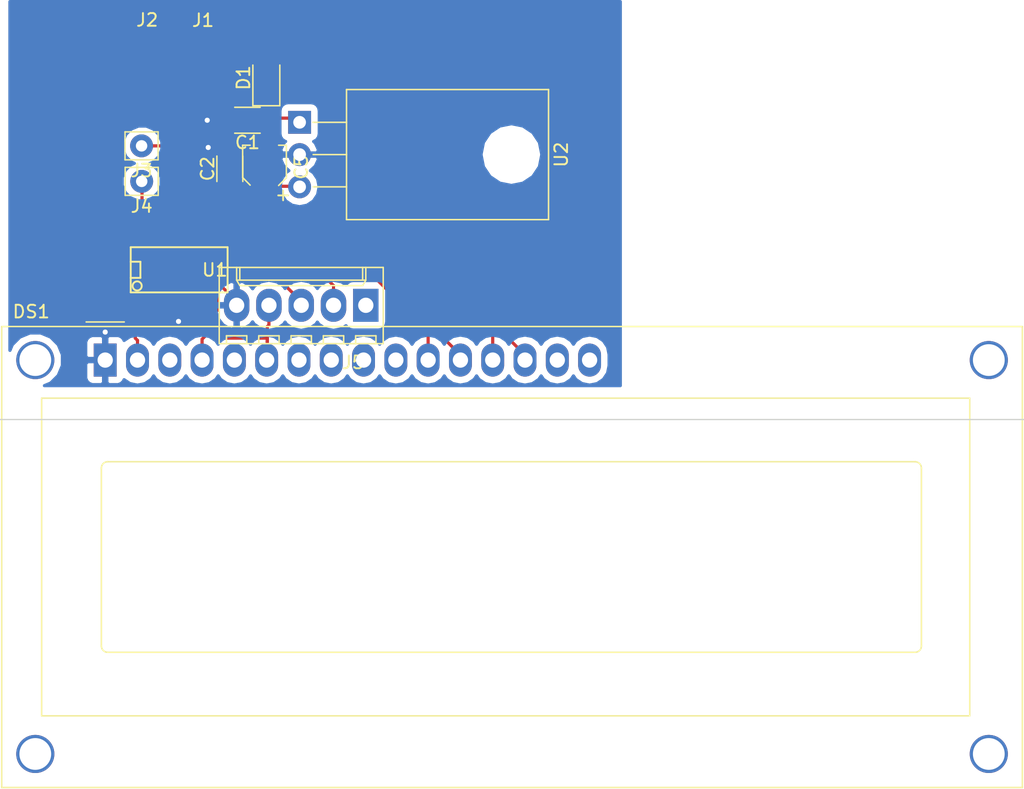
<source format=kicad_pcb>
(kicad_pcb (version 4) (host pcbnew 4.0.7)

  (general
    (links 27)
    (no_connects 2)
    (area 55.92 104.089999 261.670001 185.995)
    (thickness 1.6)
    (drawings 9)
    (tracks 114)
    (zones 0)
    (modules 12)
    (nets 30)
  )

  (page A4)
  (layers
    (0 F.Cu signal)
    (31 B.Cu signal)
    (32 B.Adhes user)
    (33 F.Adhes user)
    (34 B.Paste user)
    (35 F.Paste user)
    (36 B.SilkS user hide)
    (37 F.SilkS user hide)
    (38 B.Mask user hide)
    (39 F.Mask user hide)
    (40 Dwgs.User user hide)
    (41 Cmts.User user hide)
    (42 Eco1.User user hide)
    (43 Eco2.User user hide)
    (44 Edge.Cuts user hide)
    (45 Margin user hide)
    (46 B.CrtYd user hide)
    (47 F.CrtYd user hide)
    (48 B.Fab user hide)
    (49 F.Fab user hide)
  )

  (setup
    (last_trace_width 0.25)
    (trace_clearance 0.2)
    (zone_clearance 0.508)
    (zone_45_only no)
    (trace_min 0.2)
    (segment_width 0.2)
    (edge_width 0.1)
    (via_size 0.6)
    (via_drill 0.4)
    (via_min_size 0.4)
    (via_min_drill 0.3)
    (uvia_size 0.3)
    (uvia_drill 0.1)
    (uvias_allowed no)
    (uvia_min_size 0.2)
    (uvia_min_drill 0.1)
    (pcb_text_width 0.3)
    (pcb_text_size 1.5 1.5)
    (mod_edge_width 0.15)
    (mod_text_size 1 1)
    (mod_text_width 0.15)
    (pad_size 1.8 1.8)
    (pad_drill 0.9)
    (pad_to_mask_clearance 0)
    (aux_axis_origin 0 0)
    (grid_origin 58.42 154.94)
    (visible_elements 7FFFFFFF)
    (pcbplotparams
      (layerselection 0x00030_80000001)
      (usegerberextensions false)
      (excludeedgelayer true)
      (linewidth 0.100000)
      (plotframeref false)
      (viasonmask false)
      (mode 1)
      (useauxorigin false)
      (hpglpennumber 1)
      (hpglpenspeed 20)
      (hpglpendiameter 15)
      (hpglpenoverlay 2)
      (psnegative false)
      (psa4output false)
      (plotreference true)
      (plotvalue true)
      (plotinvisibletext false)
      (padsonsilk false)
      (subtractmaskfromsilk false)
      (outputformat 1)
      (mirror false)
      (drillshape 0)
      (scaleselection 1)
      (outputdirectory ""))
  )

  (net 0 "")
  (net 1 "Net-(C1-Pad1)")
  (net 2 GNDREF)
  (net 3 "Net-(C2-Pad1)")
  (net 4 "Net-(D1-Pad2)")
  (net 5 "Net-(DS1-Pad4)")
  (net 6 "Net-(DS1-Pad6)")
  (net 7 "Net-(DS1-Pad11)")
  (net 8 "Net-(DS1-Pad12)")
  (net 9 "Net-(DS1-Pad13)")
  (net 10 "Net-(DS1-Pad14)")
  (net 11 "Net-(U1-Pad1)")
  (net 12 "Net-(U1-Pad2)")
  (net 13 "Net-(U1-Pad3)")
  (net 14 "Net-(U1-Pad4)")
  (net 15 "Net-(U1-Pad7)")
  (net 16 "Net-(U1-Pad8)")
  (net 17 "Net-(J3-Pad1)")
  (net 18 "Net-(J4-Pad1)")
  (net 19 "Net-(DS1-Pad3)")
  (net 20 "Net-(DS1-Pad5)")
  (net 21 "Net-(DS1-Pad7)")
  (net 22 "Net-(DS1-Pad8)")
  (net 23 "Net-(DS1-Pad9)")
  (net 24 "Net-(DS1-Pad10)")
  (net 25 "Net-(DS1-Pad15)")
  (net 26 "Net-(DS1-Pad16)")
  (net 27 "Net-(U1-Pad17)")
  (net 28 "Net-(U1-Pad18)")
  (net 29 "Net-(J5-Pad1)")

  (net_class Default "Ceci est la Netclass par défaut"
    (clearance 0.2)
    (trace_width 0.25)
    (via_dia 0.6)
    (via_drill 0.4)
    (uvia_dia 0.3)
    (uvia_drill 0.1)
    (add_net GNDREF)
    (add_net "Net-(C1-Pad1)")
    (add_net "Net-(C2-Pad1)")
    (add_net "Net-(D1-Pad2)")
    (add_net "Net-(DS1-Pad10)")
    (add_net "Net-(DS1-Pad11)")
    (add_net "Net-(DS1-Pad12)")
    (add_net "Net-(DS1-Pad13)")
    (add_net "Net-(DS1-Pad14)")
    (add_net "Net-(DS1-Pad15)")
    (add_net "Net-(DS1-Pad16)")
    (add_net "Net-(DS1-Pad3)")
    (add_net "Net-(DS1-Pad4)")
    (add_net "Net-(DS1-Pad5)")
    (add_net "Net-(DS1-Pad6)")
    (add_net "Net-(DS1-Pad7)")
    (add_net "Net-(DS1-Pad8)")
    (add_net "Net-(DS1-Pad9)")
    (add_net "Net-(J3-Pad1)")
    (add_net "Net-(J4-Pad1)")
    (add_net "Net-(J5-Pad1)")
    (add_net "Net-(U1-Pad1)")
    (add_net "Net-(U1-Pad17)")
    (add_net "Net-(U1-Pad18)")
    (add_net "Net-(U1-Pad2)")
    (add_net "Net-(U1-Pad3)")
    (add_net "Net-(U1-Pad4)")
    (add_net "Net-(U1-Pad7)")
    (add_net "Net-(U1-Pad8)")
  )

  (module Displays:WC1602A (layer F.Cu) (tedit 5958D986) (tstamp 5AF84E07)
    (at 182.88 150.26)
    (descr "LCD 16x2 http://www.wincomlcd.com/pdf/WC1602A-SFYLYHTC06.pdf")
    (tags "LCD 16x2 Alphanumeric 16pin")
    (path /5A3242FC)
    (fp_text reference DS1 (at -5.82 -3.81) (layer F.SilkS)
      (effects (font (size 1 1) (thickness 0.15)))
    )
    (fp_text value WC1602A (at -4.31 34.66) (layer F.Fab)
      (effects (font (size 1 1) (thickness 0.15)))
    )
    (fp_line (start -8.14 33.64) (end 72.14 33.64) (layer F.SilkS) (width 0.12))
    (fp_line (start 72.14 33.64) (end 72.14 -2.64) (layer F.SilkS) (width 0.12))
    (fp_line (start 72.14 -2.64) (end -7.34 -2.64) (layer F.SilkS) (width 0.12))
    (fp_line (start -8.14 -2.64) (end -8.14 33.64) (layer F.SilkS) (width 0.12))
    (fp_line (start -8.13 -2.64) (end -7.34 -2.64) (layer F.SilkS) (width 0.12))
    (fp_line (start -8.25 -2.75) (end -8.25 33.75) (layer F.CrtYd) (width 0.05))
    (fp_line (start -8.25 33.75) (end 72.25 33.75) (layer F.CrtYd) (width 0.05))
    (fp_line (start 72.25 -2.75) (end 72.25 33.75) (layer F.CrtYd) (width 0.05))
    (fp_line (start -1.5 -3) (end 1.5 -3) (layer F.SilkS) (width 0.12))
    (fp_line (start -8.25 -2.75) (end 72.25 -2.75) (layer F.CrtYd) (width 0.05))
    (fp_line (start 1 -2.5) (end 0 -1.5) (layer F.Fab) (width 0.1))
    (fp_line (start 0 -1.5) (end -1 -2.5) (layer F.Fab) (width 0.1))
    (fp_line (start -1 -2.5) (end -8 -2.5) (layer F.Fab) (width 0.1))
    (fp_text user %R (at 30.37 14.74) (layer F.Fab)
      (effects (font (size 1 1) (thickness 0.1)))
    )
    (fp_line (start 0.2 8) (end 63.7 8) (layer F.SilkS) (width 0.12))
    (fp_line (start -0.29972 22.49932) (end -0.29972 8.5) (layer F.SilkS) (width 0.12))
    (fp_line (start 63.70066 23) (end 0.2 23) (layer F.SilkS) (width 0.12))
    (fp_line (start 64.2 8.5) (end 64.2 22.5) (layer F.SilkS) (width 0.12))
    (fp_arc (start 63.7 8.5) (end 63.7 8) (angle 90) (layer F.SilkS) (width 0.12))
    (fp_arc (start 63.70066 22.49932) (end 64.20104 22.49932) (angle 90) (layer F.SilkS) (width 0.12))
    (fp_arc (start 0.20066 22.49932) (end 0.20066 22.9997) (angle 90) (layer F.SilkS) (width 0.12))
    (fp_arc (start 0.20066 8.49884) (end -0.29972 8.49884) (angle 90) (layer F.SilkS) (width 0.12))
    (fp_line (start -5 3) (end 68 3) (layer F.SilkS) (width 0.12))
    (fp_line (start 68 3) (end 68 28) (layer F.SilkS) (width 0.12))
    (fp_line (start 68 28) (end -5 28) (layer F.SilkS) (width 0.12))
    (fp_line (start -5 28) (end -5 3) (layer F.SilkS) (width 0.12))
    (fp_line (start 1 -2.5) (end 72 -2.5) (layer F.Fab) (width 0.1))
    (fp_line (start 72 -2.5) (end 72 33.5) (layer F.Fab) (width 0.1))
    (fp_line (start 72 33.5) (end -8 33.5) (layer F.Fab) (width 0.1))
    (fp_line (start -8 33.5) (end -8 -2.5) (layer F.Fab) (width 0.1))
    (pad 1 thru_hole rect (at 0 0) (size 1.8 2.6) (drill 1.2) (layers *.Cu *.Mask)
      (net 2 GNDREF))
    (pad 2 thru_hole oval (at 2.54 0) (size 1.8 2.6) (drill 1.2) (layers *.Cu *.Mask)
      (net 3 "Net-(C2-Pad1)"))
    (pad 3 thru_hole oval (at 5.08 0) (size 1.8 2.6) (drill 1.2) (layers *.Cu *.Mask)
      (net 19 "Net-(DS1-Pad3)"))
    (pad 4 thru_hole oval (at 7.62 0) (size 1.8 2.6) (drill 1.2) (layers *.Cu *.Mask)
      (net 5 "Net-(DS1-Pad4)"))
    (pad 5 thru_hole oval (at 10.16 0) (size 1.8 2.6) (drill 1.2) (layers *.Cu *.Mask)
      (net 20 "Net-(DS1-Pad5)"))
    (pad 6 thru_hole oval (at 12.7 0) (size 1.8 2.6) (drill 1.2) (layers *.Cu *.Mask)
      (net 6 "Net-(DS1-Pad6)"))
    (pad 7 thru_hole oval (at 15.24 0) (size 1.8 2.6) (drill 1.2) (layers *.Cu *.Mask)
      (net 21 "Net-(DS1-Pad7)"))
    (pad 8 thru_hole oval (at 17.78 0) (size 1.8 2.6) (drill 1.2) (layers *.Cu *.Mask)
      (net 22 "Net-(DS1-Pad8)"))
    (pad 9 thru_hole oval (at 20.32 0) (size 1.8 2.6) (drill 1.2) (layers *.Cu *.Mask)
      (net 23 "Net-(DS1-Pad9)"))
    (pad 10 thru_hole oval (at 22.86 0) (size 1.8 2.6) (drill 1.2) (layers *.Cu *.Mask)
      (net 24 "Net-(DS1-Pad10)"))
    (pad 11 thru_hole oval (at 25.4 0) (size 1.8 2.6) (drill 1.2) (layers *.Cu *.Mask)
      (net 7 "Net-(DS1-Pad11)"))
    (pad 12 thru_hole oval (at 27.94 0) (size 1.8 2.6) (drill 1.2) (layers *.Cu *.Mask)
      (net 8 "Net-(DS1-Pad12)"))
    (pad 13 thru_hole oval (at 30.48 0) (size 1.8 2.6) (drill 1.2) (layers *.Cu *.Mask)
      (net 9 "Net-(DS1-Pad13)"))
    (pad 14 thru_hole oval (at 33.02 0) (size 1.8 2.6) (drill 1.2) (layers *.Cu *.Mask)
      (net 10 "Net-(DS1-Pad14)"))
    (pad 15 thru_hole oval (at 35.56 0) (size 1.8 2.6) (drill 1.2) (layers *.Cu *.Mask)
      (net 25 "Net-(DS1-Pad15)"))
    (pad 16 thru_hole oval (at 38.1 0) (size 1.8 2.6) (drill 1.2) (layers *.Cu *.Mask)
      (net 26 "Net-(DS1-Pad16)"))
    (pad "" thru_hole circle (at -5.4991 0) (size 3 3) (drill 2.5) (layers *.Cu *.Mask))
    (pad "" thru_hole circle (at -5.4991 31.0007) (size 3 3) (drill 2.5) (layers *.Cu *.Mask))
    (pad "" thru_hole circle (at 69.49948 31.0007) (size 3 3) (drill 2.5) (layers *.Cu *.Mask))
    (pad "" thru_hole circle (at 69.5 0) (size 3 3) (drill 2.5) (layers *.Cu *.Mask))
    (model ${KISYS3DMOD}/Displays.3dshapes/WC1602A.wrl
      (at (xyz 0 0 0))
      (scale (xyz 1 1 1))
      (rotate (xyz 0 0 0))
    )
  )

  (module Capacitors_SMD:C_1206 (layer F.Cu) (tedit 58AA84B8) (tstamp 5AACFBB5)
    (at 194.068469 131.384575 180)
    (descr "Capacitor SMD 1206, reflow soldering, AVX (see smccp.pdf)")
    (tags "capacitor 1206")
    (path /5A3C3936)
    (attr smd)
    (fp_text reference C1 (at 0 -1.75 180) (layer F.SilkS)
      (effects (font (size 1 1) (thickness 0.15)))
    )
    (fp_text value C (at 0 2 180) (layer F.Fab)
      (effects (font (size 1 1) (thickness 0.15)))
    )
    (fp_text user %R (at 0 -1.75 180) (layer F.Fab)
      (effects (font (size 1 1) (thickness 0.15)))
    )
    (fp_line (start -1.6 0.8) (end -1.6 -0.8) (layer F.Fab) (width 0.1))
    (fp_line (start 1.6 0.8) (end -1.6 0.8) (layer F.Fab) (width 0.1))
    (fp_line (start 1.6 -0.8) (end 1.6 0.8) (layer F.Fab) (width 0.1))
    (fp_line (start -1.6 -0.8) (end 1.6 -0.8) (layer F.Fab) (width 0.1))
    (fp_line (start 1 -1.02) (end -1 -1.02) (layer F.SilkS) (width 0.12))
    (fp_line (start -1 1.02) (end 1 1.02) (layer F.SilkS) (width 0.12))
    (fp_line (start -2.25 -1.05) (end 2.25 -1.05) (layer F.CrtYd) (width 0.05))
    (fp_line (start -2.25 -1.05) (end -2.25 1.05) (layer F.CrtYd) (width 0.05))
    (fp_line (start 2.25 1.05) (end 2.25 -1.05) (layer F.CrtYd) (width 0.05))
    (fp_line (start 2.25 1.05) (end -2.25 1.05) (layer F.CrtYd) (width 0.05))
    (pad 1 smd rect (at -1.5 0 180) (size 1 1.6) (layers F.Cu F.Paste F.Mask)
      (net 1 "Net-(C1-Pad1)"))
    (pad 2 smd rect (at 1.5 0 180) (size 1 1.6) (layers F.Cu F.Paste F.Mask)
      (net 2 GNDREF))
    (model Capacitors_SMD.3dshapes/C_1206.wrl
      (at (xyz 0 0 0))
      (scale (xyz 1 1 1))
      (rotate (xyz 0 0 0))
    )
  )

  (module Capacitors_SMD:C_1206 (layer F.Cu) (tedit 58AA84B8) (tstamp 5AACFBC6)
    (at 192.6844 135.2028 90)
    (descr "Capacitor SMD 1206, reflow soldering, AVX (see smccp.pdf)")
    (tags "capacitor 1206")
    (path /5AACE979)
    (attr smd)
    (fp_text reference C2 (at 0 -1.75 90) (layer F.SilkS)
      (effects (font (size 1 1) (thickness 0.15)))
    )
    (fp_text value C (at 0 2 90) (layer F.Fab)
      (effects (font (size 1 1) (thickness 0.15)))
    )
    (fp_text user %R (at 0 -1.75 90) (layer F.Fab)
      (effects (font (size 1 1) (thickness 0.15)))
    )
    (fp_line (start -1.6 0.8) (end -1.6 -0.8) (layer F.Fab) (width 0.1))
    (fp_line (start 1.6 0.8) (end -1.6 0.8) (layer F.Fab) (width 0.1))
    (fp_line (start 1.6 -0.8) (end 1.6 0.8) (layer F.Fab) (width 0.1))
    (fp_line (start -1.6 -0.8) (end 1.6 -0.8) (layer F.Fab) (width 0.1))
    (fp_line (start 1 -1.02) (end -1 -1.02) (layer F.SilkS) (width 0.12))
    (fp_line (start -1 1.02) (end 1 1.02) (layer F.SilkS) (width 0.12))
    (fp_line (start -2.25 -1.05) (end 2.25 -1.05) (layer F.CrtYd) (width 0.05))
    (fp_line (start -2.25 -1.05) (end -2.25 1.05) (layer F.CrtYd) (width 0.05))
    (fp_line (start 2.25 1.05) (end 2.25 -1.05) (layer F.CrtYd) (width 0.05))
    (fp_line (start 2.25 1.05) (end -2.25 1.05) (layer F.CrtYd) (width 0.05))
    (pad 1 smd rect (at -1.5 0 90) (size 1 1.6) (layers F.Cu F.Paste F.Mask)
      (net 3 "Net-(C2-Pad1)"))
    (pad 2 smd rect (at 1.5 0 90) (size 1 1.6) (layers F.Cu F.Paste F.Mask)
      (net 2 GNDREF))
    (model Capacitors_SMD.3dshapes/C_1206.wrl
      (at (xyz 0 0 0))
      (scale (xyz 1 1 1))
      (rotate (xyz 0 0 0))
    )
  )

  (module Capacitors_SMD:CP_Elec_3x5.3 (layer F.Cu) (tedit 5AF84EFF) (tstamp 5AACFC02)
    (at 195.399694 135.080526 90)
    (descr "SMT capacitor, aluminium electrolytic, 3x5.3")
    (path /5AA53058)
    (attr smd)
    (fp_text reference C5 (at 0 2.9 90) (layer F.SilkS)
      (effects (font (size 1 1) (thickness 0.15)))
    )
    (fp_text value CP_Small (at 3.58 2.54 180) (layer F.Fab)
      (effects (font (size 1 1) (thickness 0.15)))
    )
    (fp_circle (center 0 0) (end 0.3 1.5) (layer F.Fab) (width 0.1))
    (fp_text user + (at -0.94 -0.08 90) (layer F.Fab)
      (effects (font (size 1 1) (thickness 0.15)))
    )
    (fp_text user + (at -2.22 1.4 90) (layer F.SilkS)
      (effects (font (size 1 1) (thickness 0.15)))
    )
    (fp_text user %R (at 0 2.9 90) (layer F.Fab)
      (effects (font (size 1 1) (thickness 0.15)))
    )
    (fp_line (start -1.56 -0.75) (end -1.56 0.77) (layer F.Fab) (width 0.1))
    (fp_line (start -0.75 -1.56) (end -1.56 -0.75) (layer F.Fab) (width 0.1))
    (fp_line (start -0.76 1.57) (end -1.56 0.77) (layer F.Fab) (width 0.1))
    (fp_line (start 1.57 1.57) (end 1.57 -1.56) (layer F.Fab) (width 0.1))
    (fp_line (start 1.56 1.57) (end -0.76 1.57) (layer F.Fab) (width 0.1))
    (fp_line (start 1.57 -1.56) (end -0.75 -1.56) (layer F.Fab) (width 0.1))
    (fp_line (start -0.83 1.73) (end -1.44 1.12) (layer F.SilkS) (width 0.12))
    (fp_line (start 1.73 1.73) (end 1.73 1.12) (layer F.SilkS) (width 0.12))
    (fp_line (start -0.81 -1.71) (end -1.41 -1.12) (layer F.SilkS) (width 0.12))
    (fp_line (start 1.73 -1.71) (end 1.73 -1.12) (layer F.SilkS) (width 0.12))
    (fp_line (start -0.83 1.73) (end 1.71 1.73) (layer F.SilkS) (width 0.12))
    (fp_line (start 1.73 -1.71) (end -0.81 -1.71) (layer F.SilkS) (width 0.12))
    (fp_line (start -2.85 -1.82) (end 2.85 -1.82) (layer F.CrtYd) (width 0.05))
    (fp_line (start -2.85 -1.82) (end -2.85 1.82) (layer F.CrtYd) (width 0.05))
    (fp_line (start 2.85 1.82) (end 2.85 -1.82) (layer F.CrtYd) (width 0.05))
    (fp_line (start 2.85 1.82) (end -2.85 1.82) (layer F.CrtYd) (width 0.05))
    (pad 2 smd rect (at 1.5 0 90) (size 2.2 1.6) (layers F.Cu F.Paste F.Mask)
      (net 2 GNDREF))
    (pad 1 smd rect (at -1.5 0 90) (size 2.2 1.6) (layers F.Cu F.Paste F.Mask)
      (net 3 "Net-(C2-Pad1)"))
    (model Capacitors_SMD.3dshapes/CP_Elec_3x5.3.wrl
      (at (xyz 0 0 0))
      (scale (xyz 1 1 1))
      (rotate (xyz 0 0 180))
    )
  )

  (module Diodes_SMD:D_1206 (layer F.Cu) (tedit 590CEAF5) (tstamp 5AACFC1A)
    (at 195.5546 128.0428 90)
    (descr "Diode SMD 1206, reflow soldering http://datasheets.avx.com/schottky.pdf")
    (tags "Diode 1206")
    (path /5A324E39)
    (attr smd)
    (fp_text reference D1 (at 0 -1.8 90) (layer F.SilkS)
      (effects (font (size 1 1) (thickness 0.15)))
    )
    (fp_text value D (at 0 1.9 90) (layer F.Fab)
      (effects (font (size 1 1) (thickness 0.15)))
    )
    (fp_text user %R (at 0 -1.8 90) (layer F.Fab)
      (effects (font (size 1 1) (thickness 0.15)))
    )
    (fp_line (start -0.254 -0.254) (end -0.254 0.254) (layer F.Fab) (width 0.1))
    (fp_line (start 0.127 0) (end 0.381 0) (layer F.Fab) (width 0.1))
    (fp_line (start -0.254 0) (end -0.508 0) (layer F.Fab) (width 0.1))
    (fp_line (start 0.127 0.254) (end -0.254 0) (layer F.Fab) (width 0.1))
    (fp_line (start 0.127 -0.254) (end 0.127 0.254) (layer F.Fab) (width 0.1))
    (fp_line (start -0.254 0) (end 0.127 -0.254) (layer F.Fab) (width 0.1))
    (fp_line (start -2.2 -1.06) (end -2.2 1.06) (layer F.SilkS) (width 0.12))
    (fp_line (start -1.7 0.95) (end -1.7 -0.95) (layer F.Fab) (width 0.1))
    (fp_line (start 1.7 0.95) (end -1.7 0.95) (layer F.Fab) (width 0.1))
    (fp_line (start 1.7 -0.95) (end 1.7 0.95) (layer F.Fab) (width 0.1))
    (fp_line (start -1.7 -0.95) (end 1.7 -0.95) (layer F.Fab) (width 0.1))
    (fp_line (start -2.3 -1.16) (end 2.3 -1.16) (layer F.CrtYd) (width 0.05))
    (fp_line (start -2.3 1.16) (end 2.3 1.16) (layer F.CrtYd) (width 0.05))
    (fp_line (start -2.3 -1.16) (end -2.3 1.16) (layer F.CrtYd) (width 0.05))
    (fp_line (start 2.3 -1.16) (end 2.3 1.16) (layer F.CrtYd) (width 0.05))
    (fp_line (start 1 -1.06) (end -2.2 -1.06) (layer F.SilkS) (width 0.12))
    (fp_line (start -2.2 1.06) (end 1 1.06) (layer F.SilkS) (width 0.12))
    (pad 1 smd rect (at -1.5 0 90) (size 1 1.6) (layers F.Cu F.Paste F.Mask)
      (net 1 "Net-(C1-Pad1)"))
    (pad 2 smd rect (at 1.5 0 90) (size 1 1.6) (layers F.Cu F.Paste F.Mask)
      (net 4 "Net-(D1-Pad2)"))
    (model ${KISYS3DMOD}/Diodes_SMD.3dshapes/D_1206.wrl
      (at (xyz 0 0 0))
      (scale (xyz 1 1 1))
      (rotate (xyz 0 0 0))
    )
  )

  (module SMD_Packages:SSOP-20 (layer F.Cu) (tedit 5AB4F1E0) (tstamp 5AACFC84)
    (at 188.6966 143.1544)
    (descr "SSOP 20 pins")
    (tags "CMS SSOP SMD")
    (path /5AA53019)
    (attr smd)
    (fp_text reference U1 (at 2.806 0.013) (layer F.SilkS)
      (effects (font (size 1 1) (thickness 0.15)))
    )
    (fp_text value 16F88_SSOP (at 0 1.01) (layer F.Fab)
      (effects (font (size 0.5 0.5) (thickness 0.125)))
    )
    (fp_line (start 3.81 -1.778) (end -3.81 -1.778) (layer F.SilkS) (width 0.15))
    (fp_line (start -3.81 1.778) (end 3.81 1.778) (layer F.SilkS) (width 0.15))
    (fp_line (start 3.81 -1.778) (end 3.81 1.778) (layer F.SilkS) (width 0.15))
    (fp_line (start -3.81 1.778) (end -3.81 -1.778) (layer F.SilkS) (width 0.15))
    (fp_circle (center -3.302 1.27) (end -3.556 1.016) (layer F.SilkS) (width 0.15))
    (fp_line (start -3.81 -0.635) (end -3.048 -0.635) (layer F.SilkS) (width 0.15))
    (fp_line (start -3.048 -0.635) (end -3.048 0.635) (layer F.SilkS) (width 0.15))
    (fp_line (start -3.048 0.635) (end -3.81 0.635) (layer F.SilkS) (width 0.15))
    (pad 1 smd rect (at -2.921 2.667) (size 0.4064 1.27) (layers F.Cu F.Paste F.Mask)
      (net 11 "Net-(U1-Pad1)"))
    (pad 2 smd rect (at -2.286 2.667) (size 0.4064 1.27) (layers F.Cu F.Paste F.Mask)
      (net 12 "Net-(U1-Pad2)"))
    (pad 3 smd rect (at -1.6256 2.667) (size 0.4064 1.27) (layers F.Cu F.Paste F.Mask)
      (net 13 "Net-(U1-Pad3)"))
    (pad 4 smd rect (at -0.9652 2.667) (size 0.4064 1.27) (layers F.Cu F.Paste F.Mask)
      (net 14 "Net-(U1-Pad4)"))
    (pad 5 smd rect (at -0.3302 2.667) (size 0.4064 1.27) (layers F.Cu F.Paste F.Mask)
      (net 2 GNDREF))
    (pad 6 smd rect (at 0.3302 2.667) (size 0.4064 1.27) (layers F.Cu F.Paste F.Mask)
      (net 2 GNDREF))
    (pad 7 smd rect (at 0.9906 2.667) (size 0.4064 1.27) (layers F.Cu F.Paste F.Mask)
      (net 15 "Net-(U1-Pad7)"))
    (pad 8 smd rect (at 1.6256 2.667) (size 0.4064 1.27) (layers F.Cu F.Paste F.Mask)
      (net 16 "Net-(U1-Pad8)"))
    (pad 9 smd rect (at 2.286 2.667) (size 0.4064 1.27) (layers F.Cu F.Paste F.Mask)
      (net 5 "Net-(DS1-Pad4)"))
    (pad 10 smd rect (at 2.921 2.667) (size 0.4064 1.27) (layers F.Cu F.Paste F.Mask)
      (net 6 "Net-(DS1-Pad6)"))
    (pad 11 smd rect (at 2.921 -2.667) (size 0.4064 1.27) (layers F.Cu F.Paste F.Mask)
      (net 7 "Net-(DS1-Pad11)"))
    (pad 12 smd rect (at 2.286 -2.667) (size 0.4064 1.27) (layers F.Cu F.Paste F.Mask)
      (net 8 "Net-(DS1-Pad12)"))
    (pad 13 smd rect (at 1.6256 -2.667) (size 0.4064 1.27) (layers F.Cu F.Paste F.Mask)
      (net 9 "Net-(DS1-Pad13)"))
    (pad 14 smd rect (at 0.9906 -2.667) (size 0.4064 1.27) (layers F.Cu F.Paste F.Mask)
      (net 10 "Net-(DS1-Pad14)"))
    (pad 15 smd rect (at 0.3302 -2.667) (size 0.4064 1.27) (layers F.Cu F.Paste F.Mask)
      (net 3 "Net-(C2-Pad1)"))
    (pad 16 smd rect (at -0.3302 -2.667) (size 0.4064 1.27) (layers F.Cu F.Paste F.Mask)
      (net 3 "Net-(C2-Pad1)"))
    (pad 17 smd rect (at -0.9652 -2.667) (size 0.4064 1.27) (layers F.Cu F.Paste F.Mask)
      (net 27 "Net-(U1-Pad17)"))
    (pad 18 smd rect (at -1.6256 -2.667) (size 0.4064 1.27) (layers F.Cu F.Paste F.Mask)
      (net 28 "Net-(U1-Pad18)"))
    (pad 19 smd rect (at -2.286 -2.667) (size 0.4064 1.27) (layers F.Cu F.Paste F.Mask)
      (net 17 "Net-(J3-Pad1)"))
    (pad 20 smd rect (at -2.921 -2.667) (size 0.4064 1.27) (layers F.Cu F.Paste F.Mask)
      (net 18 "Net-(J4-Pad1)"))
    (model SMD_Packages.3dshapes/SSOP-20.wrl
      (at (xyz 0 0 0))
      (scale (xyz 0.255 0.33 0.3))
      (rotate (xyz 0 0 0))
    )
  )

  (module TO_SOT_Packages_THT:TO-220-3_Horizontal (layer F.Cu) (tedit 58CE52AD) (tstamp 5AACFCA4)
    (at 198.1708 131.5466 270)
    (descr "TO-220-3, Horizontal, RM 2.54mm")
    (tags "TO-220-3 Horizontal RM 2.54mm")
    (path /5A33E692)
    (fp_text reference U2 (at 2.54 -20.58 270) (layer F.SilkS)
      (effects (font (size 1 1) (thickness 0.15)))
    )
    (fp_text value L7805 (at 2.54 -8.188 540) (layer F.Fab)
      (effects (font (size 1 1) (thickness 0.15)))
    )
    (fp_text user %R (at 2.54 -20.58 270) (layer F.Fab)
      (effects (font (size 1 1) (thickness 0.15)))
    )
    (fp_line (start -2.46 -13.06) (end -2.46 -19.46) (layer F.Fab) (width 0.1))
    (fp_line (start -2.46 -19.46) (end 7.54 -19.46) (layer F.Fab) (width 0.1))
    (fp_line (start 7.54 -19.46) (end 7.54 -13.06) (layer F.Fab) (width 0.1))
    (fp_line (start 7.54 -13.06) (end -2.46 -13.06) (layer F.Fab) (width 0.1))
    (fp_line (start -2.46 -3.81) (end -2.46 -13.06) (layer F.Fab) (width 0.1))
    (fp_line (start -2.46 -13.06) (end 7.54 -13.06) (layer F.Fab) (width 0.1))
    (fp_line (start 7.54 -13.06) (end 7.54 -3.81) (layer F.Fab) (width 0.1))
    (fp_line (start 7.54 -3.81) (end -2.46 -3.81) (layer F.Fab) (width 0.1))
    (fp_line (start 0 -3.81) (end 0 0) (layer F.Fab) (width 0.1))
    (fp_line (start 2.54 -3.81) (end 2.54 0) (layer F.Fab) (width 0.1))
    (fp_line (start 5.08 -3.81) (end 5.08 0) (layer F.Fab) (width 0.1))
    (fp_line (start -2.58 -3.69) (end 7.66 -3.69) (layer F.SilkS) (width 0.12))
    (fp_line (start -2.58 -19.58) (end 7.66 -19.58) (layer F.SilkS) (width 0.12))
    (fp_line (start -2.58 -19.58) (end -2.58 -3.69) (layer F.SilkS) (width 0.12))
    (fp_line (start 7.66 -19.58) (end 7.66 -3.69) (layer F.SilkS) (width 0.12))
    (fp_line (start 0 -3.69) (end 0 -1.05) (layer F.SilkS) (width 0.12))
    (fp_line (start 2.54 -3.69) (end 2.54 -1.066) (layer F.SilkS) (width 0.12))
    (fp_line (start 5.08 -3.69) (end 5.08 -1.066) (layer F.SilkS) (width 0.12))
    (fp_line (start -2.71 -19.71) (end -2.71 1.15) (layer F.CrtYd) (width 0.05))
    (fp_line (start -2.71 1.15) (end 7.79 1.15) (layer F.CrtYd) (width 0.05))
    (fp_line (start 7.79 1.15) (end 7.79 -19.71) (layer F.CrtYd) (width 0.05))
    (fp_line (start 7.79 -19.71) (end -2.71 -19.71) (layer F.CrtYd) (width 0.05))
    (fp_circle (center 2.54 -16.66) (end 4.39 -16.66) (layer F.Fab) (width 0.1))
    (pad 0 np_thru_hole oval (at 2.54 -16.66 270) (size 3.5 3.5) (drill 3.5) (layers *.Cu *.Mask))
    (pad 1 thru_hole rect (at 0 0 270) (size 1.8 1.8) (drill 1) (layers *.Cu *.Mask)
      (net 1 "Net-(C1-Pad1)"))
    (pad 2 thru_hole oval (at 2.54 0 270) (size 1.8 1.8) (drill 1) (layers *.Cu *.Mask)
      (net 2 GNDREF))
    (pad 3 thru_hole oval (at 5.08 0 270) (size 1.8 1.8) (drill 1) (layers *.Cu *.Mask)
      (net 3 "Net-(C2-Pad1)"))
    (model ${KISYS3DMOD}/TO_SOT_Packages_THT.3dshapes/TO-220-3_Horizontal.wrl
      (at (xyz 0.1 0 0))
      (scale (xyz 0.393701 0.393701 0.393701))
      (rotate (xyz 0 0 0))
    )
  )

  (module Connectors:Pin_d0.9mm_L10.0mm_W2.4mm_FlatFork (layer F.Cu) (tedit 5B140570) (tstamp 5AB12BEC)
    (at 185.74 133.4)
    (descr "solder Pin_ with flat fork, hole diameter 0.9mm, length 10.0mm, width 2.4mm")
    (tags "solder Pin_ with flat fork")
    (path /5AB12B4B)
    (fp_text reference J3 (at 0 1.95) (layer F.SilkS)
      (effects (font (size 1 1) (thickness 0.15)))
    )
    (fp_text value Conn_01x01 (at -0.4572 -7.2898) (layer F.Fab)
      (effects (font (size 1 1) (thickness 0.15)))
    )
    (fp_text user %R (at 0 1.95) (layer F.Fab)
      (effects (font (size 1 1) (thickness 0.15)))
    )
    (fp_line (start -1.3 -1.1) (end -1.3 0.6) (layer F.SilkS) (width 0.12))
    (fp_line (start -1.3 0.6) (end -1.3 1.1) (layer F.SilkS) (width 0.12))
    (fp_line (start -1.3 1.1) (end 1.3 1.1) (layer F.SilkS) (width 0.12))
    (fp_line (start 1.3 1.1) (end 1.3 -1.1) (layer F.SilkS) (width 0.12))
    (fp_line (start 1.3 -1.1) (end -1.3 -1.1) (layer F.SilkS) (width 0.12))
    (fp_line (start -1.2 -0.25) (end -1.2 0.25) (layer F.Fab) (width 0.12))
    (fp_line (start -1.2 0.25) (end 1.2 0.25) (layer F.Fab) (width 0.12))
    (fp_line (start 1.2 0.25) (end 1.2 -0.25) (layer F.Fab) (width 0.12))
    (fp_line (start 1.2 -0.25) (end -1.2 -0.25) (layer F.Fab) (width 0.12))
    (fp_line (start -1.7 -1.4) (end 1.7 -1.4) (layer F.CrtYd) (width 0.05))
    (fp_line (start -1.7 -1.4) (end -1.7 1.4) (layer F.CrtYd) (width 0.05))
    (fp_line (start 1.7 1.4) (end 1.7 -1.4) (layer F.CrtYd) (width 0.05))
    (fp_line (start 1.7 1.4) (end -1.7 1.4) (layer F.CrtYd) (width 0.05))
    (pad 1 thru_hole circle (at 0 0) (size 1.8 1.8) (drill 0.9) (layers *.Cu *.Mask)
      (net 17 "Net-(J3-Pad1)"))
    (model ${KISYS3DMOD}/Connectors.3dshapes/Pin_d0.9mm_L10.0mm_W2.4mm_FlatFork.wrl
      (at (xyz 0 0 0))
      (scale (xyz 1 1 1))
      (rotate (xyz 0 0 0))
    )
  )

  (module Connectors:Pin_d0.9mm_L10.0mm_W2.4mm_FlatFork (layer F.Cu) (tedit 59B3E075) (tstamp 5AB12BFF)
    (at 185.7502 136.1948)
    (descr "solder Pin_ with flat fork, hole diameter 0.9mm, length 10.0mm, width 2.4mm")
    (tags "solder Pin_ with flat fork")
    (path /5AB12A8D)
    (fp_text reference J4 (at 0 1.95) (layer F.SilkS)
      (effects (font (size 1 1) (thickness 0.15)))
    )
    (fp_text value Conn_01x01 (at 0 -2.05) (layer F.Fab)
      (effects (font (size 1 1) (thickness 0.15)))
    )
    (fp_text user %R (at 0 1.95) (layer F.Fab)
      (effects (font (size 1 1) (thickness 0.15)))
    )
    (fp_line (start -1.3 -1.1) (end -1.3 0.6) (layer F.SilkS) (width 0.12))
    (fp_line (start -1.3 0.6) (end -1.3 1.1) (layer F.SilkS) (width 0.12))
    (fp_line (start -1.3 1.1) (end 1.3 1.1) (layer F.SilkS) (width 0.12))
    (fp_line (start 1.3 1.1) (end 1.3 -1.1) (layer F.SilkS) (width 0.12))
    (fp_line (start 1.3 -1.1) (end -1.3 -1.1) (layer F.SilkS) (width 0.12))
    (fp_line (start -1.2 -0.25) (end -1.2 0.25) (layer F.Fab) (width 0.12))
    (fp_line (start -1.2 0.25) (end 1.2 0.25) (layer F.Fab) (width 0.12))
    (fp_line (start 1.2 0.25) (end 1.2 -0.25) (layer F.Fab) (width 0.12))
    (fp_line (start 1.2 -0.25) (end -1.2 -0.25) (layer F.Fab) (width 0.12))
    (fp_line (start -1.7 -1.4) (end 1.7 -1.4) (layer F.CrtYd) (width 0.05))
    (fp_line (start -1.7 -1.4) (end -1.7 1.4) (layer F.CrtYd) (width 0.05))
    (fp_line (start 1.7 1.4) (end 1.7 -1.4) (layer F.CrtYd) (width 0.05))
    (fp_line (start 1.7 1.4) (end -1.7 1.4) (layer F.CrtYd) (width 0.05))
    (pad 1 thru_hole circle (at 0 0) (size 1.8 1.8) (drill 0.9) (layers *.Cu *.Mask)
      (net 18 "Net-(J4-Pad1)"))
    (model ${KISYS3DMOD}/Connectors.3dshapes/Pin_d0.9mm_L10.0mm_W2.4mm_FlatFork.wrl
      (at (xyz 0 0 0))
      (scale (xyz 1 1 1))
      (rotate (xyz 0 0 0))
    )
  )

  (module Measurement_Points:Measurement_Point_Round-SMD-Pad_Big (layer F.Cu) (tedit 5AF84ECB) (tstamp 5AB1A7A0)
    (at 186.182 126.492)
    (descr "Mesurement Point, Round, SMD Pad, DM 3mm,")
    (tags "Mesurement Point Round SMD Pad 3mm")
    (path /5AA941DB)
    (attr virtual)
    (fp_text reference J2 (at 0 -3) (layer F.SilkS)
      (effects (font (size 1 1) (thickness 0.15)))
    )
    (fp_text value Conn_01x01_Female (at 2.54 2.54) (layer F.Fab)
      (effects (font (size 1 1) (thickness 0.25)))
    )
    (fp_circle (center 0 0) (end 1.75 0) (layer F.CrtYd) (width 0.05))
    (pad 1 smd circle (at 0 0) (size 3 3) (layers F.Cu F.Mask)
      (net 2 GNDREF))
  )

  (module Measurement_Points:Measurement_Point_Round-SMD-Pad_Big (layer F.Cu) (tedit 5AF84EAD) (tstamp 5AB4F010)
    (at 190.5762 126.5174)
    (descr "Mesurement Point, Round, SMD Pad, DM 3mm,")
    (tags "Mesurement Point Round SMD Pad 3mm")
    (path /5AA94180)
    (attr virtual)
    (fp_text reference J1 (at 0 -3) (layer F.SilkS)
      (effects (font (size 1 1) (thickness 0.15)))
    )
    (fp_text value Conn_01x01_Female (at 1.27 2.54) (layer F.Fab)
      (effects (font (size 1 1) (thickness 0.25)))
    )
    (fp_circle (center 0 0) (end 1.75 0) (layer F.CrtYd) (width 0.05))
    (pad 1 smd circle (at 0 0) (size 3 3) (layers F.Cu F.Mask)
      (net 4 "Net-(D1-Pad2)"))
  )

  (module Connectors_Molex:Molex_KK-6410-05_05x2.54mm_Straight (layer F.Cu) (tedit 58EE6EEA) (tstamp 5B144717)
    (at 203.3778 145.9484 180)
    (descr "Connector Headers with Friction Lock, 22-27-2051, http://www.molex.com/pdm_docs/sd/022272021_sd.pdf")
    (tags "connector molex kk_6410 22-27-2051")
    (path /5B140FD8)
    (fp_text reference J5 (at 1 -4.5 180) (layer F.SilkS)
      (effects (font (size 1 1) (thickness 0.15)))
    )
    (fp_text value Conn_01x03 (at 5.08 4.5 180) (layer F.Fab)
      (effects (font (size 1 1) (thickness 0.15)))
    )
    (fp_line (start -1.47 -3.12) (end -1.47 3.08) (layer F.Fab) (width 0.12))
    (fp_line (start -1.47 3.08) (end 11.63 3.08) (layer F.Fab) (width 0.12))
    (fp_line (start 11.63 3.08) (end 11.63 -3.12) (layer F.Fab) (width 0.12))
    (fp_line (start 11.63 -3.12) (end -1.47 -3.12) (layer F.Fab) (width 0.12))
    (fp_line (start -1.37 -3.02) (end -1.37 2.98) (layer F.SilkS) (width 0.12))
    (fp_line (start -1.37 2.98) (end 11.53 2.98) (layer F.SilkS) (width 0.12))
    (fp_line (start 11.53 2.98) (end 11.53 -3.02) (layer F.SilkS) (width 0.12))
    (fp_line (start 11.53 -3.02) (end -1.37 -3.02) (layer F.SilkS) (width 0.12))
    (fp_line (start 0 2.98) (end 0 1.98) (layer F.SilkS) (width 0.12))
    (fp_line (start 0 1.98) (end 10.16 1.98) (layer F.SilkS) (width 0.12))
    (fp_line (start 10.16 1.98) (end 10.16 2.98) (layer F.SilkS) (width 0.12))
    (fp_line (start 0 1.98) (end 0.25 1.55) (layer F.SilkS) (width 0.12))
    (fp_line (start 0.25 1.55) (end 9.91 1.55) (layer F.SilkS) (width 0.12))
    (fp_line (start 9.91 1.55) (end 10.16 1.98) (layer F.SilkS) (width 0.12))
    (fp_line (start 0.25 2.98) (end 0.25 1.98) (layer F.SilkS) (width 0.12))
    (fp_line (start 9.91 2.98) (end 9.91 1.98) (layer F.SilkS) (width 0.12))
    (fp_line (start -0.8 -3.02) (end -0.8 -2.4) (layer F.SilkS) (width 0.12))
    (fp_line (start -0.8 -2.4) (end 0.8 -2.4) (layer F.SilkS) (width 0.12))
    (fp_line (start 0.8 -2.4) (end 0.8 -3.02) (layer F.SilkS) (width 0.12))
    (fp_line (start 1.74 -3.02) (end 1.74 -2.4) (layer F.SilkS) (width 0.12))
    (fp_line (start 1.74 -2.4) (end 3.34 -2.4) (layer F.SilkS) (width 0.12))
    (fp_line (start 3.34 -2.4) (end 3.34 -3.02) (layer F.SilkS) (width 0.12))
    (fp_line (start 4.28 -3.02) (end 4.28 -2.4) (layer F.SilkS) (width 0.12))
    (fp_line (start 4.28 -2.4) (end 5.88 -2.4) (layer F.SilkS) (width 0.12))
    (fp_line (start 5.88 -2.4) (end 5.88 -3.02) (layer F.SilkS) (width 0.12))
    (fp_line (start 6.82 -3.02) (end 6.82 -2.4) (layer F.SilkS) (width 0.12))
    (fp_line (start 6.82 -2.4) (end 8.42 -2.4) (layer F.SilkS) (width 0.12))
    (fp_line (start 8.42 -2.4) (end 8.42 -3.02) (layer F.SilkS) (width 0.12))
    (fp_line (start 9.36 -3.02) (end 9.36 -2.4) (layer F.SilkS) (width 0.12))
    (fp_line (start 9.36 -2.4) (end 10.96 -2.4) (layer F.SilkS) (width 0.12))
    (fp_line (start 10.96 -2.4) (end 10.96 -3.02) (layer F.SilkS) (width 0.12))
    (fp_line (start -1.9 3.5) (end -1.9 -3.55) (layer F.CrtYd) (width 0.05))
    (fp_line (start -1.9 -3.55) (end 12.05 -3.55) (layer F.CrtYd) (width 0.05))
    (fp_line (start 12.05 -3.55) (end 12.05 3.5) (layer F.CrtYd) (width 0.05))
    (fp_line (start 12.05 3.5) (end -1.9 3.5) (layer F.CrtYd) (width 0.05))
    (fp_text user %R (at 5.08 0 180) (layer F.Fab)
      (effects (font (size 1 1) (thickness 0.15)))
    )
    (pad 1 thru_hole rect (at 0 0 180) (size 2 2.6) (drill 1.2) (layers *.Cu *.Mask)
      (net 29 "Net-(J5-Pad1)"))
    (pad 2 thru_hole oval (at 2.54 0 180) (size 2 2.6) (drill 1.2) (layers *.Cu *.Mask)
      (net 9 "Net-(DS1-Pad13)"))
    (pad 3 thru_hole oval (at 5.08 0 180) (size 2 2.6) (drill 1.2) (layers *.Cu *.Mask)
      (net 10 "Net-(DS1-Pad14)"))
    (pad 4 thru_hole oval (at 7.62 0 180) (size 2 2.6) (drill 1.2) (layers *.Cu *.Mask)
      (net 6 "Net-(DS1-Pad6)"))
    (pad 5 thru_hole oval (at 10.16 0 180) (size 2 2.6) (drill 1.2) (layers *.Cu *.Mask)
      (net 2 GNDREF))
    (model ${KISYS3DMOD}/Connectors_Molex.3dshapes/Molex_KK-6410-05_05x2.54mm_Straight.wrl
      (at (xyz 0 0 0))
      (scale (xyz 1 1 1))
      (rotate (xyz 0 0 0))
    )
  )

  (target plus (at 58.42 154.94) (size 5) (width 0.1) (layer Edge.Cuts) (tstamp 5AB4F313))
  (target plus (at 58.42 154.94) (size 5) (width 0.1) (layer Edge.Cuts) (tstamp 5AB4F312))
  (target plus (at 58.42 154.94) (size 5) (width 0.1) (layer Edge.Cuts) (tstamp 5AB4F311))
  (target plus (at 58.42 154.94) (size 5) (width 0.1) (layer Edge.Cuts))
  (gr_line (start 58.42 154.94) (end 134.62 154.94) (layer Edge.Cuts) (width 0.1))
  (gr_line (start 58.42 104.14) (end 58.42 154.94) (layer Edge.Cuts) (width 0.1))
  (gr_line (start 261.62 104.14) (end 58.42 104.14) (layer Edge.Cuts) (width 0.1))
  (gr_line (start 261.62 154.94) (end 261.62 104.14) (layer Edge.Cuts) (width 0.1))
  (gr_line (start 134.62 154.94) (end 261.62 154.94) (layer Edge.Cuts) (width 0.1))

  (segment (start 195.5546 129.5428) (end 195.5546 131.370706) (width 0.25) (layer F.Cu) (net 1))
  (segment (start 195.5546 131.370706) (end 195.568469 131.384575) (width 0.25) (layer F.Cu) (net 1))
  (segment (start 198.473094 131.218326) (end 195.734718 131.218326) (width 0.25) (layer F.Cu) (net 1))
  (segment (start 195.734718 131.218326) (end 195.568469 131.384575) (width 0.25) (layer F.Cu) (net 1))
  (segment (start 195.818469 131.134575) (end 195.568469 131.384575) (width 0.25) (layer F.Cu) (net 1))
  (segment (start 195.568469 131.084575) (end 195.568469 131.384575) (width 0.25) (layer F.Cu) (net 1))
  (segment (start 195.568469 131.684575) (end 195.568469 131.384575) (width 0.25) (layer F.Cu) (net 1))
  (segment (start 195.102201 133.827799) (end 188.6458 140.2842) (width 0.25) (layer B.Cu) (net 2))
  (segment (start 188.6458 140.2842) (end 188.6458 147.2184) (width 0.25) (layer B.Cu) (net 2))
  (segment (start 190.9826 133.5278) (end 191.282599 133.827799) (width 0.25) (layer B.Cu) (net 2))
  (segment (start 191.282599 133.827799) (end 195.102201 133.827799) (width 0.25) (layer B.Cu) (net 2))
  (segment (start 186.17 126.65) (end 186.17 128.7152) (width 0.25) (layer B.Cu) (net 2))
  (segment (start 186.17 128.7152) (end 190.9826 133.5278) (width 0.25) (layer B.Cu) (net 2))
  (segment (start 190.904575 131.384575) (end 186.17 126.65) (width 0.25) (layer B.Cu) (net 2))
  (via (at 190.904575 131.384575) (size 0.6) (drill 0.4) (layers F.Cu B.Cu) (net 2))
  (segment (start 192.568469 131.384575) (end 190.904575 131.384575) (width 0.25) (layer F.Cu) (net 2))
  (segment (start 191.71002 133.5278) (end 190.9826 133.5278) (width 0.25) (layer F.Cu) (net 2))
  (via (at 190.9826 133.5278) (size 0.6) (drill 0.4) (layers F.Cu B.Cu) (net 2))
  (segment (start 192.783494 133.504326) (end 191.733494 133.504326) (width 0.25) (layer F.Cu) (net 2))
  (segment (start 191.733494 133.504326) (end 191.71002 133.5278) (width 0.25) (layer F.Cu) (net 2))
  (segment (start 189.0268 145.8214) (end 189.0268 144.9364) (width 0.25) (layer F.Cu) (net 2))
  (segment (start 189.0268 144.9364) (end 189.5648 144.3984) (width 0.25) (layer F.Cu) (net 2))
  (segment (start 189.5648 144.3984) (end 191.9678 144.3984) (width 0.25) (layer F.Cu) (net 2))
  (segment (start 191.9678 144.3984) (end 193.2178 145.6484) (width 0.25) (layer F.Cu) (net 2))
  (segment (start 193.2178 145.6484) (end 193.2178 145.9484) (width 0.25) (layer F.Cu) (net 2))
  (via (at 188.6458 147.2184) (size 0.6) (drill 0.4) (layers F.Cu B.Cu) (net 2))
  (segment (start 188.6458 146.9858) (end 188.6458 147.2184) (width 0.25) (layer F.Cu) (net 2))
  (segment (start 188.6458 146.9858) (end 188.7474 146.9858) (width 0.25) (layer F.Cu) (net 2))
  (segment (start 188.7474 146.9858) (end 189.0268 146.7064) (width 0.25) (layer F.Cu) (net 2))
  (segment (start 189.0268 146.7064) (end 189.0268 145.8214) (width 0.25) (layer F.Cu) (net 2))
  (segment (start 188.3664 145.8214) (end 188.3664 146.7064) (width 0.25) (layer F.Cu) (net 2))
  (segment (start 188.3664 146.7064) (end 188.6458 146.9858) (width 0.25) (layer F.Cu) (net 2))
  (segment (start 192.568469 131.384575) (end 192.568469 133.289301) (width 0.25) (layer F.Cu) (net 2))
  (segment (start 192.568469 133.289301) (end 192.783494 133.504326) (width 0.25) (layer F.Cu) (net 2))
  (segment (start 192.568469 131.384575) (end 192.568067 131.384977) (width 0.25) (layer F.Cu) (net 2))
  (segment (start 182.88 150.26) (end 182.88 148.0566) (width 0.25) (layer F.Cu) (net 2))
  (via (at 182.88 148.0566) (size 0.6) (drill 0.4) (layers F.Cu B.Cu) (net 2))
  (segment (start 182.88 150.26) (end 182.88 149.86) (width 0.25) (layer F.Cu) (net 2))
  (segment (start 192.568469 131.384575) (end 192.568469 131.684575) (width 0.25) (layer F.Cu) (net 2))
  (segment (start 192.6844 136.7028) (end 195.27742 136.7028) (width 0.25) (layer F.Cu) (net 3))
  (segment (start 195.27742 136.7028) (end 195.399694 136.580526) (width 0.25) (layer F.Cu) (net 3))
  (segment (start 189.0268 140.4874) (end 189.0268 139.3104) (width 0.25) (layer F.Cu) (net 3))
  (segment (start 189.0268 139.3104) (end 191.6344 136.7028) (width 0.25) (layer F.Cu) (net 3))
  (segment (start 191.6344 136.7028) (end 192.6844 136.7028) (width 0.25) (layer F.Cu) (net 3))
  (segment (start 191.733494 136.504326) (end 192.783494 136.504326) (width 0.25) (layer F.Cu) (net 3))
  (segment (start 188.3664 140.4874) (end 189.0268 140.4874) (width 0.25) (layer F.Cu) (net 3))
  (segment (start 188.3664 140.4874) (end 188.3664 141.3724) (width 0.25) (layer F.Cu) (net 3))
  (segment (start 188.3664 141.3724) (end 185.247399 144.491401) (width 0.25) (layer F.Cu) (net 3))
  (segment (start 185.247399 144.491401) (end 185.247399 148.537399) (width 0.25) (layer F.Cu) (net 3))
  (segment (start 185.247399 148.537399) (end 185.42 148.71) (width 0.25) (layer F.Cu) (net 3))
  (segment (start 185.42 148.71) (end 185.42 150.26) (width 0.25) (layer F.Cu) (net 3))
  (segment (start 195.399694 136.580526) (end 197.733694 136.580526) (width 0.25) (layer F.Cu) (net 3))
  (segment (start 197.733694 136.580526) (end 197.939694 136.374526) (width 0.25) (layer F.Cu) (net 3))
  (segment (start 185.42 149.86) (end 185.42 150.26) (width 0.25) (layer F.Cu) (net 3))
  (segment (start 190.5762 126.5174) (end 195.5292 126.5174) (width 0.25) (layer F.Cu) (net 4))
  (segment (start 195.5292 126.5174) (end 195.5546 126.5428) (width 0.25) (layer F.Cu) (net 4))
  (segment (start 195.517654 126.448031) (end 195.556689 126.487066) (width 0.25) (layer F.Cu) (net 4))
  (segment (start 190.9826 148.1328) (end 190.5 148.6154) (width 0.25) (layer F.Cu) (net 5))
  (segment (start 190.5 148.6154) (end 190.5 150.26) (width 0.25) (layer F.Cu) (net 5))
  (segment (start 190.9826 145.8214) (end 190.9826 148.1328) (width 0.25) (layer F.Cu) (net 5))
  (segment (start 190.5 149.86) (end 190.5 150.26) (width 0.25) (layer F.Cu) (net 5))
  (segment (start 190.5 149.46) (end 190.5 149.86) (width 0.25) (layer F.Cu) (net 5))
  (segment (start 195.627359 148.530934) (end 195.627359 148.8186) (width 0.25) (layer F.Cu) (net 6))
  (segment (start 195.627359 148.8186) (end 195.627359 150.212641) (width 0.25) (layer F.Cu) (net 6))
  (segment (start 195.7578 145.9484) (end 195.7578 147.4984) (width 0.25) (layer F.Cu) (net 6))
  (segment (start 195.7578 147.4984) (end 195.627359 147.628841) (width 0.25) (layer F.Cu) (net 6))
  (segment (start 195.627359 147.628841) (end 195.627359 148.8186) (width 0.25) (layer F.Cu) (net 6))
  (segment (start 191.6176 145.8214) (end 191.6176 148.000849) (width 0.25) (layer F.Cu) (net 6))
  (segment (start 191.6176 148.000849) (end 192.147685 148.530934) (width 0.25) (layer F.Cu) (net 6))
  (segment (start 192.147685 148.530934) (end 195.627359 148.530934) (width 0.25) (layer F.Cu) (net 6))
  (segment (start 195.627359 150.212641) (end 195.58 150.26) (width 0.25) (layer F.Cu) (net 6))
  (segment (start 208.28 147.955485) (end 200.811915 140.4874) (width 0.25) (layer F.Cu) (net 7))
  (segment (start 208.28 150.26) (end 208.28 147.955485) (width 0.25) (layer F.Cu) (net 7))
  (segment (start 200.811915 140.4874) (end 192.0708 140.4874) (width 0.25) (layer F.Cu) (net 7))
  (segment (start 192.0708 140.4874) (end 191.6176 140.4874) (width 0.25) (layer F.Cu) (net 7))
  (segment (start 191.207976 139.475233) (end 190.9826 139.700609) (width 0.25) (layer F.Cu) (net 8))
  (segment (start 208.742016 147.782016) (end 208.742016 147.78109) (width 0.25) (layer F.Cu) (net 8))
  (segment (start 208.742016 147.78109) (end 200.436159 139.475233) (width 0.25) (layer F.Cu) (net 8))
  (segment (start 210.82 150.26) (end 210.82 149.86) (width 0.25) (layer F.Cu) (net 8))
  (segment (start 190.9826 139.700609) (end 190.9826 140.4874) (width 0.25) (layer F.Cu) (net 8))
  (segment (start 200.436159 139.475233) (end 191.207976 139.475233) (width 0.25) (layer F.Cu) (net 8))
  (segment (start 210.82 149.86) (end 208.742016 147.782016) (width 0.25) (layer F.Cu) (net 8))
  (segment (start 190.3222 139.652379) (end 190.3222 140.4874) (width 0.25) (layer F.Cu) (net 9))
  (segment (start 200.8378 145.9484) (end 200.8378 144.3984) (width 0.25) (layer F.Cu) (net 9))
  (segment (start 200.8378 144.3984) (end 198.854372 142.414972) (width 0.25) (layer F.Cu) (net 9))
  (segment (start 198.854372 142.414972) (end 191.216913 142.414972) (width 0.25) (layer F.Cu) (net 9))
  (segment (start 191.216913 142.414972) (end 190.327845 141.525904) (width 0.25) (layer F.Cu) (net 9))
  (segment (start 190.327845 141.525904) (end 190.327845 140.09604) (width 0.25) (layer F.Cu) (net 9))
  (segment (start 213.36 150.26) (end 213.36 148.260949) (width 0.25) (layer F.Cu) (net 9))
  (segment (start 213.36 148.260949) (end 212.418786 147.319735) (width 0.25) (layer F.Cu) (net 9))
  (segment (start 212.418786 147.319735) (end 208.942957 147.319735) (width 0.25) (layer F.Cu) (net 9))
  (segment (start 208.942957 147.319735) (end 200.648444 139.025222) (width 0.25) (layer F.Cu) (net 9))
  (segment (start 200.648444 139.025222) (end 190.949357 139.025222) (width 0.25) (layer F.Cu) (net 9))
  (segment (start 190.949357 139.025222) (end 190.3222 139.652379) (width 0.25) (layer F.Cu) (net 9))
  (segment (start 215.9 149.86) (end 212.866726 146.826726) (width 0.25) (layer F.Cu) (net 10))
  (segment (start 212.866726 146.826726) (end 209.086359 146.826726) (width 0.25) (layer F.Cu) (net 10))
  (segment (start 200.834844 138.575211) (end 190.714389 138.575211) (width 0.25) (layer F.Cu) (net 10))
  (segment (start 209.086359 146.826726) (end 200.834844 138.575211) (width 0.25) (layer F.Cu) (net 10))
  (segment (start 190.714389 138.575211) (end 189.6872 139.6024) (width 0.25) (layer F.Cu) (net 10))
  (segment (start 189.6872 139.6024) (end 189.6872 140.4874) (width 0.25) (layer F.Cu) (net 10))
  (segment (start 198.2978 145.9484) (end 198.2978 145.6484) (width 0.25) (layer F.Cu) (net 10))
  (segment (start 198.2978 145.6484) (end 195.642381 142.992981) (width 0.25) (layer F.Cu) (net 10))
  (segment (start 195.642381 142.992981) (end 190.631287 142.992981) (width 0.25) (layer F.Cu) (net 10))
  (segment (start 190.631287 142.992981) (end 189.6872 142.048894) (width 0.25) (layer F.Cu) (net 10))
  (segment (start 189.6872 142.048894) (end 189.6872 140.4874) (width 0.25) (layer F.Cu) (net 10))
  (segment (start 215.9 150.26) (end 215.9 149.86) (width 0.25) (layer F.Cu) (net 10))
  (segment (start 215.898241 149.858241) (end 215.9 149.86) (width 0.25) (layer F.Cu) (net 10))
  (segment (start 186.4106 140.4874) (end 186.4106 139.6024) (width 0.25) (layer F.Cu) (net 17))
  (segment (start 186.4106 139.6024) (end 187.523227 138.489773) (width 0.25) (layer F.Cu) (net 17))
  (segment (start 187.523227 138.489773) (end 187.523227 133.400663) (width 0.25) (layer F.Cu) (net 17))
  (segment (start 187.523227 133.400663) (end 185.826263 133.400663) (width 0.25) (layer F.Cu) (net 17))
  (segment (start 185.826263 133.400663) (end 185.801 133.3754) (width 0.25) (layer F.Cu) (net 17))
  (segment (start 185.7756 140.4874) (end 185.7756 136.2202) (width 0.25) (layer F.Cu) (net 18))
  (segment (start 185.7756 136.2202) (end 185.7502 136.1948) (width 0.25) (layer F.Cu) (net 18))

  (zone (net 2) (net_name GNDREF) (layer B.Cu) (tstamp 0) (hatch edge 0.508)
    (connect_pads (clearance 0.508))
    (min_thickness 0.254)
    (fill yes (arc_segments 16) (thermal_gap 0.508) (thermal_bridge_width 0.508))
    (polygon
      (pts
        (xy 175.26 152.4) (xy 175.26 121.92) (xy 223.52 121.92) (xy 223.52 152.4)
      )
    )
    (filled_polygon
      (pts
        (xy 223.393 152.273) (xy 178.099872 152.273) (xy 178.5887 152.07102) (xy 179.189809 151.470959) (xy 179.515528 150.686541)
        (xy 179.51565 150.54575) (xy 181.345 150.54575) (xy 181.345 151.68631) (xy 181.441673 151.919699) (xy 181.620302 152.098327)
        (xy 181.853691 152.195) (xy 182.59425 152.195) (xy 182.753 152.03625) (xy 182.753 150.387) (xy 181.50375 150.387)
        (xy 181.345 150.54575) (xy 179.51565 150.54575) (xy 179.51627 149.837185) (xy 179.19192 149.0522) (xy 178.973791 148.83369)
        (xy 181.345 148.83369) (xy 181.345 149.97425) (xy 181.50375 150.133) (xy 182.753 150.133) (xy 182.753 148.48375)
        (xy 183.007 148.48375) (xy 183.007 150.133) (xy 183.027 150.133) (xy 183.027 150.387) (xy 183.007 150.387)
        (xy 183.007 152.03625) (xy 183.16575 152.195) (xy 183.906309 152.195) (xy 184.139698 152.098327) (xy 184.318327 151.919699)
        (xy 184.366098 151.80437) (xy 184.832581 152.116064) (xy 185.42 152.232909) (xy 186.007419 152.116064) (xy 186.505409 151.783318)
        (xy 186.69 151.507058) (xy 186.874591 151.783318) (xy 187.372581 152.116064) (xy 187.96 152.232909) (xy 188.547419 152.116064)
        (xy 189.045409 151.783318) (xy 189.23 151.507058) (xy 189.414591 151.783318) (xy 189.912581 152.116064) (xy 190.5 152.232909)
        (xy 191.087419 152.116064) (xy 191.585409 151.783318) (xy 191.77 151.507058) (xy 191.954591 151.783318) (xy 192.452581 152.116064)
        (xy 193.04 152.232909) (xy 193.627419 152.116064) (xy 194.125409 151.783318) (xy 194.31 151.507058) (xy 194.494591 151.783318)
        (xy 194.992581 152.116064) (xy 195.58 152.232909) (xy 196.167419 152.116064) (xy 196.665409 151.783318) (xy 196.85 151.507058)
        (xy 197.034591 151.783318) (xy 197.532581 152.116064) (xy 198.12 152.232909) (xy 198.707419 152.116064) (xy 199.205409 151.783318)
        (xy 199.39 151.507058) (xy 199.574591 151.783318) (xy 200.072581 152.116064) (xy 200.66 152.232909) (xy 201.247419 152.116064)
        (xy 201.745409 151.783318) (xy 201.93 151.507058) (xy 202.114591 151.783318) (xy 202.612581 152.116064) (xy 203.2 152.232909)
        (xy 203.787419 152.116064) (xy 204.285409 151.783318) (xy 204.47 151.507058) (xy 204.654591 151.783318) (xy 205.152581 152.116064)
        (xy 205.74 152.232909) (xy 206.327419 152.116064) (xy 206.825409 151.783318) (xy 207.01 151.507058) (xy 207.194591 151.783318)
        (xy 207.692581 152.116064) (xy 208.28 152.232909) (xy 208.867419 152.116064) (xy 209.365409 151.783318) (xy 209.55 151.507058)
        (xy 209.734591 151.783318) (xy 210.232581 152.116064) (xy 210.82 152.232909) (xy 211.407419 152.116064) (xy 211.905409 151.783318)
        (xy 212.09 151.507058) (xy 212.274591 151.783318) (xy 212.772581 152.116064) (xy 213.36 152.232909) (xy 213.947419 152.116064)
        (xy 214.445409 151.783318) (xy 214.63 151.507058) (xy 214.814591 151.783318) (xy 215.312581 152.116064) (xy 215.9 152.232909)
        (xy 216.487419 152.116064) (xy 216.985409 151.783318) (xy 217.17 151.507058) (xy 217.354591 151.783318) (xy 217.852581 152.116064)
        (xy 218.44 152.232909) (xy 219.027419 152.116064) (xy 219.525409 151.783318) (xy 219.71 151.507058) (xy 219.894591 151.783318)
        (xy 220.392581 152.116064) (xy 220.98 152.232909) (xy 221.567419 152.116064) (xy 222.065409 151.783318) (xy 222.398155 151.285328)
        (xy 222.515 150.697909) (xy 222.515 149.822091) (xy 222.398155 149.234672) (xy 222.065409 148.736682) (xy 221.567419 148.403936)
        (xy 220.98 148.287091) (xy 220.392581 148.403936) (xy 219.894591 148.736682) (xy 219.71 149.012942) (xy 219.525409 148.736682)
        (xy 219.027419 148.403936) (xy 218.44 148.287091) (xy 217.852581 148.403936) (xy 217.354591 148.736682) (xy 217.17 149.012942)
        (xy 216.985409 148.736682) (xy 216.487419 148.403936) (xy 215.9 148.287091) (xy 215.312581 148.403936) (xy 214.814591 148.736682)
        (xy 214.63 149.012942) (xy 214.445409 148.736682) (xy 213.947419 148.403936) (xy 213.36 148.287091) (xy 212.772581 148.403936)
        (xy 212.274591 148.736682) (xy 212.09 149.012942) (xy 211.905409 148.736682) (xy 211.407419 148.403936) (xy 210.82 148.287091)
        (xy 210.232581 148.403936) (xy 209.734591 148.736682) (xy 209.55 149.012942) (xy 209.365409 148.736682) (xy 208.867419 148.403936)
        (xy 208.28 148.287091) (xy 207.692581 148.403936) (xy 207.194591 148.736682) (xy 207.01 149.012942) (xy 206.825409 148.736682)
        (xy 206.327419 148.403936) (xy 205.74 148.287091) (xy 205.152581 148.403936) (xy 204.654591 148.736682) (xy 204.47 149.012942)
        (xy 204.285409 148.736682) (xy 203.787419 148.403936) (xy 203.2 148.287091) (xy 202.612581 148.403936) (xy 202.114591 148.736682)
        (xy 201.93 149.012942) (xy 201.745409 148.736682) (xy 201.247419 148.403936) (xy 200.66 148.287091) (xy 200.072581 148.403936)
        (xy 199.574591 148.736682) (xy 199.39 149.012942) (xy 199.205409 148.736682) (xy 198.707419 148.403936) (xy 198.12 148.287091)
        (xy 197.532581 148.403936) (xy 197.034591 148.736682) (xy 196.85 149.012942) (xy 196.665409 148.736682) (xy 196.167419 148.403936)
        (xy 195.58 148.287091) (xy 194.992581 148.403936) (xy 194.494591 148.736682) (xy 194.31 149.012942) (xy 194.125409 148.736682)
        (xy 193.627419 148.403936) (xy 193.04 148.287091) (xy 192.452581 148.403936) (xy 191.954591 148.736682) (xy 191.77 149.012942)
        (xy 191.585409 148.736682) (xy 191.087419 148.403936) (xy 190.5 148.287091) (xy 189.912581 148.403936) (xy 189.414591 148.736682)
        (xy 189.23 149.012942) (xy 189.045409 148.736682) (xy 188.547419 148.403936) (xy 187.96 148.287091) (xy 187.372581 148.403936)
        (xy 186.874591 148.736682) (xy 186.69 149.012942) (xy 186.505409 148.736682) (xy 186.007419 148.403936) (xy 185.42 148.287091)
        (xy 184.832581 148.403936) (xy 184.366098 148.71563) (xy 184.318327 148.600301) (xy 184.139698 148.421673) (xy 183.906309 148.325)
        (xy 183.16575 148.325) (xy 183.007 148.48375) (xy 182.753 148.48375) (xy 182.59425 148.325) (xy 181.853691 148.325)
        (xy 181.620302 148.421673) (xy 181.441673 148.600301) (xy 181.345 148.83369) (xy 178.973791 148.83369) (xy 178.591859 148.451091)
        (xy 177.807441 148.125372) (xy 176.958085 148.12463) (xy 176.1731 148.44898) (xy 175.571991 149.049041) (xy 175.387 149.494549)
        (xy 175.387 146.0754) (xy 191.5828 146.0754) (xy 191.5828 146.3754) (xy 191.755858 146.99142) (xy 192.151483 147.494322)
        (xy 192.709445 147.807544) (xy 192.837366 147.838524) (xy 193.0908 147.719177) (xy 193.0908 146.0754) (xy 191.5828 146.0754)
        (xy 175.387 146.0754) (xy 175.387 145.5214) (xy 191.5828 145.5214) (xy 191.5828 145.8214) (xy 193.0908 145.8214)
        (xy 193.0908 144.177623) (xy 193.3448 144.177623) (xy 193.3448 145.8214) (xy 193.3648 145.8214) (xy 193.3648 146.0754)
        (xy 193.3448 146.0754) (xy 193.3448 147.719177) (xy 193.598234 147.838524) (xy 193.726155 147.807544) (xy 194.284117 147.494322)
        (xy 194.474581 147.252212) (xy 194.60168 147.442429) (xy 195.132113 147.796852) (xy 195.7578 147.921309) (xy 196.383487 147.796852)
        (xy 196.91392 147.442429) (xy 197.0278 147.271995) (xy 197.14168 147.442429) (xy 197.672113 147.796852) (xy 198.2978 147.921309)
        (xy 198.923487 147.796852) (xy 199.45392 147.442429) (xy 199.5678 147.271995) (xy 199.68168 147.442429) (xy 200.212113 147.796852)
        (xy 200.8378 147.921309) (xy 201.463487 147.796852) (xy 201.821992 147.557307) (xy 201.91371 147.699841) (xy 202.12591 147.844831)
        (xy 202.3778 147.89584) (xy 204.3778 147.89584) (xy 204.613117 147.851562) (xy 204.829241 147.71249) (xy 204.974231 147.50029)
        (xy 205.02524 147.2484) (xy 205.02524 144.6484) (xy 204.980962 144.413083) (xy 204.84189 144.196959) (xy 204.62969 144.051969)
        (xy 204.3778 144.00096) (xy 202.3778 144.00096) (xy 202.142483 144.045238) (xy 201.926359 144.18431) (xy 201.820849 144.338729)
        (xy 201.463487 144.099948) (xy 200.8378 143.975491) (xy 200.212113 144.099948) (xy 199.68168 144.454371) (xy 199.5678 144.624805)
        (xy 199.45392 144.454371) (xy 198.923487 144.099948) (xy 198.2978 143.975491) (xy 197.672113 144.099948) (xy 197.14168 144.454371)
        (xy 197.0278 144.624805) (xy 196.91392 144.454371) (xy 196.383487 144.099948) (xy 195.7578 143.975491) (xy 195.132113 144.099948)
        (xy 194.60168 144.454371) (xy 194.474581 144.644588) (xy 194.284117 144.402478) (xy 193.726155 144.089256) (xy 193.598234 144.058276)
        (xy 193.3448 144.177623) (xy 193.0908 144.177623) (xy 192.837366 144.058276) (xy 192.709445 144.089256) (xy 192.151483 144.402478)
        (xy 191.755858 144.90538) (xy 191.5828 145.5214) (xy 175.387 145.5214) (xy 175.387 136.498791) (xy 184.214935 136.498791)
        (xy 184.448132 137.063171) (xy 184.879557 137.495351) (xy 185.44353 137.729533) (xy 186.054191 137.730065) (xy 186.618571 137.496868)
        (xy 187.050751 137.065443) (xy 187.245461 136.596528) (xy 196.6358 136.596528) (xy 196.6358 136.656672) (xy 196.752645 137.244091)
        (xy 197.085391 137.742081) (xy 197.583381 138.074827) (xy 198.1708 138.191672) (xy 198.758219 138.074827) (xy 199.256209 137.742081)
        (xy 199.588955 137.244091) (xy 199.7058 136.656672) (xy 199.7058 136.596528) (xy 199.588955 136.009109) (xy 199.256209 135.511119)
        (xy 199.018218 135.352099) (xy 199.408766 134.994176) (xy 199.661846 134.451342) (xy 199.541797 134.2136) (xy 198.2978 134.2136)
        (xy 198.2978 134.2336) (xy 198.0438 134.2336) (xy 198.0438 134.2136) (xy 196.799803 134.2136) (xy 196.679754 134.451342)
        (xy 196.932834 134.994176) (xy 197.323382 135.352099) (xy 197.085391 135.511119) (xy 196.752645 136.009109) (xy 196.6358 136.596528)
        (xy 187.245461 136.596528) (xy 187.284933 136.50147) (xy 187.285465 135.890809) (xy 187.052268 135.326429) (xy 186.620843 134.894249)
        (xy 186.383369 134.795641) (xy 186.669371 134.677468) (xy 187.101551 134.246043) (xy 187.187159 134.039875) (xy 212.4458 134.039875)
        (xy 212.4458 134.133325) (xy 212.627347 135.046025) (xy 213.14435 135.819775) (xy 213.9181 136.336778) (xy 214.8308 136.518325)
        (xy 215.7435 136.336778) (xy 216.51725 135.819775) (xy 217.034253 135.046025) (xy 217.2158 134.133325) (xy 217.2158 134.039875)
        (xy 217.034253 133.127175) (xy 216.51725 132.353425) (xy 215.7435 131.836422) (xy 214.8308 131.654875) (xy 213.9181 131.836422)
        (xy 213.14435 132.353425) (xy 212.627347 133.127175) (xy 212.4458 134.039875) (xy 187.187159 134.039875) (xy 187.335733 133.68207)
        (xy 187.336265 133.071409) (xy 187.103068 132.507029) (xy 186.671643 132.074849) (xy 186.10767 131.840667) (xy 185.497009 131.840135)
        (xy 184.932629 132.073332) (xy 184.500449 132.504757) (xy 184.266267 133.06873) (xy 184.265735 133.679391) (xy 184.498932 134.243771)
        (xy 184.930357 134.675951) (xy 185.167831 134.774559) (xy 184.881829 134.892732) (xy 184.449649 135.324157) (xy 184.215467 135.88813)
        (xy 184.214935 136.498791) (xy 175.387 136.498791) (xy 175.387 130.6466) (xy 196.62336 130.6466) (xy 196.62336 132.4466)
        (xy 196.667638 132.681917) (xy 196.80671 132.898041) (xy 197.01891 133.043031) (xy 197.069946 133.053366) (xy 196.932834 133.179024)
        (xy 196.679754 133.721858) (xy 196.799803 133.9596) (xy 198.0438 133.9596) (xy 198.0438 133.9396) (xy 198.2978 133.9396)
        (xy 198.2978 133.9596) (xy 199.541797 133.9596) (xy 199.661846 133.721858) (xy 199.408766 133.179024) (xy 199.274262 133.055756)
        (xy 199.306117 133.049762) (xy 199.522241 132.91069) (xy 199.667231 132.69849) (xy 199.71824 132.4466) (xy 199.71824 130.6466)
        (xy 199.673962 130.411283) (xy 199.53489 130.195159) (xy 199.32269 130.050169) (xy 199.0708 129.99916) (xy 197.2708 129.99916)
        (xy 197.035483 130.043438) (xy 196.819359 130.18251) (xy 196.674369 130.39471) (xy 196.62336 130.6466) (xy 175.387 130.6466)
        (xy 175.387 122.047) (xy 223.393 122.047)
      )
    )
  )
  (zone (net 2) (net_name GNDREF) (layer B.Cu) (tstamp 0) (hatch edge 0.508)
    (connect_pads (clearance 0.508))
    (min_thickness 0.254)
    (fill yes (arc_segments 16) (thermal_gap 0.508) (thermal_bridge_width 0.508))
    (polygon
      (pts
        (xy 188.71 147.28) (xy 182.87 148) (xy 182.74 148) (xy 182.8 148.05)
      )
    )
  )
)

</source>
